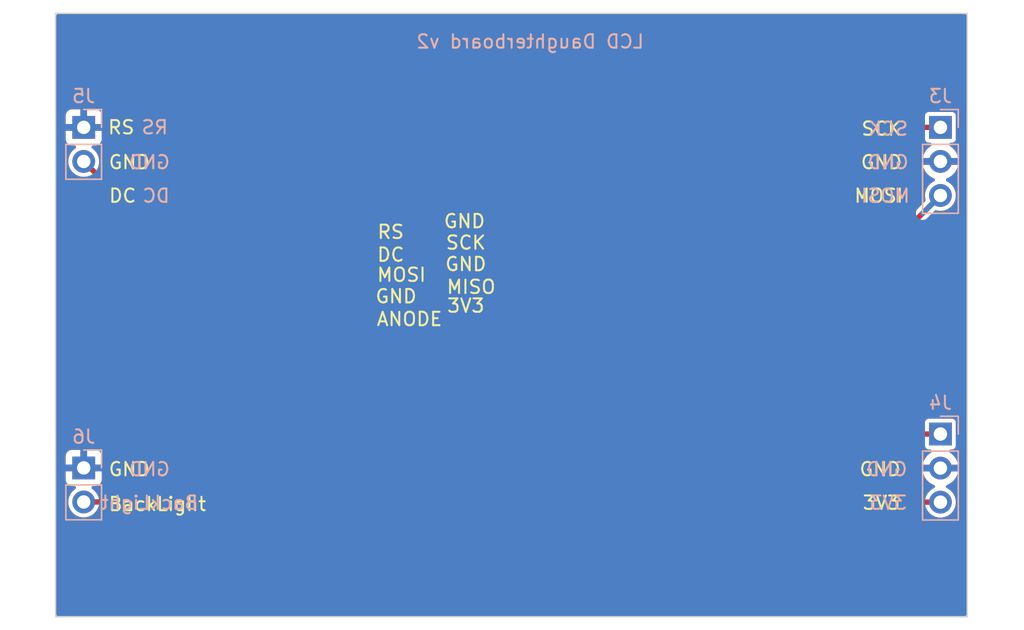
<source format=kicad_pcb>
(kicad_pcb (version 20240108) (generator "pcbnew") (generator_version "8.0")
  (layers (0 "F.Cu" signal) (31 "B.Cu" signal) (34 "B.Paste" user) (35 "F.Paste" user) (36 "B.SilkS" user "B.Silkscreen") (37 "F.SilkS" user "F.Silkscreen") (38 "B.Mask" user) (39 "F.Mask" user) (44 "Edge.Cuts" user))
  (net 0 "")
  (net 1 "GND")
  (net 3 "+3.3V")
  (net 5 "/LCD_DC")
  (net 6 "/LCD_RESET")
  (net 8 "/LCD_MOSI")
  (net 10 "/BackLight")
  (net 12 "/LCD_SCK")
  (footprint "Custom_Footprints:18x0.8mmLCDConnector" (layer "F.Cu") (at 121.5 115.5 -90)
    (property "Reference" "U1" (hide yes))
    (property "Value" "ILI9341_SPI_Bare")
    (pad "1" smd rect (at 0 0 270) (size 0.4 3) (layers "F.Cu" "F.Paste" "F.Mask") (net 1 "GND"))
    (pad "2" smd rect (at 0.8 0 270) (size 0.4 3) (layers "F.Cu" "F.Paste" "F.Mask") (net 6 "/LCD_RESET"))
    (pad "3" smd rect (at 1.6 0 270) (size 0.4 3) (layers "F.Cu" "F.Paste" "F.Mask") (net 12 "/LCD_SCK"))
    (pad "4" smd rect (at 2.4 0 270) (size 0.4 3) (layers "F.Cu" "F.Paste" "F.Mask") (net 5 "/LCD_DC"))
    (pad "5" smd rect (at 3.2 0 270) (size 0.4 3) (layers "F.Cu" "F.Paste" "F.Mask") (net 1 "GND"))
    (pad "6" smd rect (at 4 0 270) (size 0.4 3) (layers "F.Cu" "F.Paste" "F.Mask") (net 8 "/LCD_MOSI"))
    (pad "7" smd rect (at 4.8 0 270) (size 0.4 3) (layers "F.Cu" "F.Paste" "F.Mask"))
    (pad "8" smd rect (at 5.6 0 270) (size 0.4 3) (layers "F.Cu" "F.Paste" "F.Mask") (net 1 "GND"))
    (pad "9" smd rect (at 6.4 0 270) (size 0.4 3) (layers "F.Cu" "F.Paste" "F.Mask") (net 3 "+3.3V"))
    (pad "10" smd rect (at 7.2 0 270) (size 0.4 3) (layers "F.Cu" "F.Paste" "F.Mask") (net 10 "/BackLight"))
    (pad "11" smd rect (at 8 0 270) (size 0.4 3) (layers "F.Cu" "F.Paste" "F.Mask") (net 1 "GND"))
    (pad "12" smd rect (at 8.8 0 270) (size 0.4 3) (layers "F.Cu" "F.Paste" "F.Mask") (net 1 "GND"))
    (pad "13" smd rect (at 9.6 0 270) (size 0.4 3) (layers "F.Cu" "F.Paste" "F.Mask") (net 1 "GND"))
    (pad "14" smd rect (at 10.4 0 270) (size 0.4 3) (layers "F.Cu" "F.Paste" "F.Mask") (net 1 "GND"))
    (pad "15" smd rect (at 11.2 0 270) (size 0.4 3) (layers "F.Cu" "F.Paste" "F.Mask"))
    (pad "16" smd rect (at 12 0 270) (size 0.4 3) (layers "F.Cu" "F.Paste" "F.Mask"))
    (pad "17" smd rect (at 12.8 0 270) (size 0.4 3) (layers "F.Cu" "F.Paste" "F.Mask"))
    (pad "18" smd rect (at 13.6 0 270) (size 0.4 3) (layers "F.Cu" "F.Paste" "F.Mask"))
  )
  (footprint "Connector_PinHeader_2.54mm:PinHeader_1x02_P2.54mm_Vertical" (layer "B.Cu") (at 102.1 108.5 180)
    (property "Reference" "J5" (at 0 2.33 0) (layer "B.SilkS") (effects (justify mirror)))
    (property "Value" "Conn_01x02_Pin")
    (fp_line (start 1.33 -1.27) (end -1.33 -1.27) (stroke (width 0.12)) (layer "B.SilkS"))
    (fp_line (start 1.33 -3.87) (end 1.33 -1.27) (stroke (width 0.12)) (layer "B.SilkS"))
    (fp_line (start 1.33 -3.87) (end -1.33 -3.87) (stroke (width 0.12)) (layer "B.SilkS"))
    (fp_line (start 0 1.33) (end -1.33 1.33) (stroke (width 0.12)) (layer "B.SilkS"))
    (fp_line (start -1.33 1.33) (end -1.33 0) (stroke (width 0.12)) (layer "B.SilkS"))
    (fp_line (start -1.33 -3.87) (end -1.33 -1.27) (stroke (width 0.12)) (layer "B.SilkS"))
    (pad "1" thru_hole rect (at 0 0 180) (size 1.7 1.7) (drill 1) (layers "*.Cu" "*.Mask") (net 1 "GND"))
    (pad "2" thru_hole oval (at 0 -2.54 180) (size 1.7 1.7) (drill 1) (layers "*.Cu" "*.Mask") (net 10 "/BackLight"))
  )
  (footprint "Connector_PinHeader_2.54mm:PinHeader_1x03_P2.54mm_Vertical" (layer "B.Cu") (at 166 108.5 180)
    (property "Reference" "J3" (at 0 2.33 0) (layer "B.SilkS") (effects (justify mirror)))
    (property "Value" "Conn_01x03_Pin")
    (fp_line (start 1.33 -1.27) (end -1.33 -1.27) (stroke (width 0.12)) (layer "B.SilkS"))
    (fp_line (start 1.33 -6.41) (end 1.33 -1.27) (stroke (width 0.12)) (layer "B.SilkS"))
    (fp_line (start 1.33 -6.41) (end -1.33 -6.41) (stroke (width 0.12)) (layer "B.SilkS"))
    (fp_line (start 0 1.33) (end -1.33 1.33) (stroke (width 0.12)) (layer "B.SilkS"))
    (fp_line (start -1.33 1.33) (end -1.33 0) (stroke (width 0.12)) (layer "B.SilkS"))
    (fp_line (start -1.33 -6.41) (end -1.33 -1.27) (stroke (width 0.12)) (layer "B.SilkS"))
    (pad "1" thru_hole rect (at 0 0 180) (size 1.7 1.7) (drill 1) (layers "*.Cu" "*.Mask") (net 5 "/LCD_DC"))
    (pad "2" thru_hole oval (at 0 -2.54 180) (size 1.7 1.7) (drill 1) (layers "*.Cu" "*.Mask") (net 1 "GND"))
    (pad "3" thru_hole oval (at 0 -5.08 180) (size 1.7 1.7) (drill 1) (layers "*.Cu" "*.Mask") (net 6 "/LCD_RESET"))
  )
  (footprint "Connector_PinHeader_2.54mm:PinHeader_1x03_P2.54mm_Vertical" (layer "B.Cu") (at 166 131.375 180)
    (property "Reference" "J4" (at 0 2.33 0) (layer "B.SilkS") (effects (justify mirror)))
    (property "Value" "Conn_01x03_Pin")
    (fp_line (start 1.33 -1.27) (end -1.33 -1.27) (stroke (width 0.12)) (layer "B.SilkS"))
    (fp_line (start 1.33 -6.41) (end 1.33 -1.27) (stroke (width 0.12)) (layer "B.SilkS"))
    (fp_line (start 1.33 -6.41) (end -1.33 -6.41) (stroke (width 0.12)) (layer "B.SilkS"))
    (fp_line (start 0 1.33) (end -1.33 1.33) (stroke (width 0.12)) (layer "B.SilkS"))
    (fp_line (start -1.33 1.33) (end -1.33 0) (stroke (width 0.12)) (layer "B.SilkS"))
    (fp_line (start -1.33 -6.41) (end -1.33 -1.27) (stroke (width 0.12)) (layer "B.SilkS"))
    (pad "1" thru_hole rect (at 0 0 180) (size 1.7 1.7) (drill 1) (layers "*.Cu" "*.Mask") (net 12 "/LCD_SCK"))
    (pad "2" thru_hole oval (at 0 -2.54 180) (size 1.7 1.7) (drill 1) (layers "*.Cu" "*.Mask") (net 1 "GND"))
    (pad "3" thru_hole oval (at 0 -5.08 180) (size 1.7 1.7) (drill 1) (layers "*.Cu" "*.Mask") (net 8 "/LCD_MOSI"))
  )
  (footprint "Connector_PinHeader_2.54mm:PinHeader_1x02_P2.54mm_Vertical" (layer "B.Cu") (at 102.1 133.9 180)
    (property "Reference" "J6" (at 0 2.33 0) (layer "B.SilkS") (effects (justify mirror)))
    (property "Value" "Conn_01x02_Pin")
    (fp_line (start 1.33 -1.27) (end -1.33 -1.27) (stroke (width 0.12)) (layer "B.SilkS"))
    (fp_line (start 1.33 -3.87) (end 1.33 -1.27) (stroke (width 0.12)) (layer "B.SilkS"))
    (fp_line (start 1.33 -3.87) (end -1.33 -3.87) (stroke (width 0.12)) (layer "B.SilkS"))
    (fp_line (start 0 1.33) (end -1.33 1.33) (stroke (width 0.12)) (layer "B.SilkS"))
    (fp_line (start -1.33 1.33) (end -1.33 0) (stroke (width 0.12)) (layer "B.SilkS"))
    (fp_line (start -1.33 -3.87) (end -1.33 -1.27) (stroke (width 0.12)) (layer "B.SilkS"))
    (pad "1" thru_hole rect (at 0 0 180) (size 1.7 1.7) (drill 1) (layers "*.Cu" "*.Mask") (net 1 "GND"))
    (pad "2" thru_hole oval (at 0 -2.54 180) (size 1.7 1.7) (drill 1) (layers "*.Cu" "*.Mask") (net 3 "+3.3V"))
  )
  (gr_line (start 100 145) (end 168 145) (stroke (width 0.1)) (layer "Edge.Cuts"))
  (gr_line (start 168 100) (end 168 145) (stroke (width 0.1)) (layer "Edge.Cuts"))
  (gr_line (start 100 100) (end 168 100) (stroke (width 0.1)) (layer "Edge.Cuts"))
  (gr_line (start 100 100) (end 100 145) (stroke (width 0.1)) (layer "Edge.Cuts"))
  (gr_text "RS" (at 107.4 108.5 0) (layer "B.SilkS") (effects (font (size 1 1)) (justify mirror)))
  (gr_text "GND" (at 107 111.1 0) (layer "B.SilkS") (effects (font (size 1 1)) (justify mirror)))
  (gr_text "MOSI" (at 161.9 113.6 0) (layer "B.SilkS") (effects (font (size 1 1)) (justify mirror)))
  (gr_text "GND" (at 107 134 0) (layer "B.SilkS") (effects (font (size 1 1)) (justify mirror)))
  (gr_text "BackLight" (at 107 136.5 0) (layer "B.SilkS") (effects (font (size 1 1)) (justify mirror)))
  (gr_text "DC" (at 107.5 113.6 0) (layer "B.SilkS") (effects (font (size 1 1)) (justify mirror)))
  (gr_text "GND" (at 162.1 111.1 0) (layer "B.SilkS") (effects (font (size 1 1)) (justify mirror)))
  (gr_text "SCK" (at 162.1 108.6 0) (layer "B.SilkS") (effects (font (size 1 1)) (justify mirror)))
  (gr_text "GND" (at 162 134 0) (layer "B.SilkS") (effects (font (size 1 1)) (justify mirror)))
  (gr_text "3V3" (at 162.1 136.5 0) (layer "B.SilkS") (effects (font (size 1 1)) (justify mirror)))
  (gr_text "LCD Daughterboard v2" (at 135.4 102.1 0) (layer "B.SilkS") (effects (font (size 1 1)) (justify mirror)))
  (gr_text "RS" (at 104.9 108.5 0) (layer "F.SilkS") (effects (font (size 1 1))))
  (gr_text "MOSI" (at 161.4 113.6 0) (layer "F.SilkS") (effects (font (size 1 1))))
  (gr_text "GND" (at 105.5 134 0) (layer "F.SilkS") (effects (font (size 1 1))))
  (gr_text "DC" (at 105 113.6 0) (layer "F.SilkS") (effects (font (size 1 1))))
  (gr_text "BackLight" (at 107.6 136.6 0) (layer "F.SilkS") (effects (font (size 1 1))))
  (gr_text "3V3" (at 161.6 136.5 0) (layer "F.SilkS") (effects (font (size 1 1))))
  (gr_text "GND" (at 161.5 134 0) (layer "F.SilkS") (effects (font (size 1 1))))
  (gr_text "GND" (at 161.6 111.1 0) (layer "F.SilkS") (effects (font (size 1 1))))
  (gr_text "SCK" (at 161.6 108.6 0) (layer "F.SilkS") (effects (font (size 1 1))))
  (gr_text "3V3" (at 130.6 121.8 0) (layer "F.SilkS") (effects (font (size 1 1))))
  (gr_text "DC" (at 125 118 0) (layer "F.SilkS") (effects (font (size 1 1))))
  (gr_text "GND" (at 130.6 118.7 0) (layer "F.SilkS") (effects (font (size 1 1))))
  (gr_text "MISO" (at 131 120.4 0) (layer "F.SilkS") (effects (font (size 1 1))))
  (gr_text "GND" (at 125.4 121.1 0) (layer "F.SilkS") (effects (font (size 1 1))))
  (gr_text "MOSI" (at 125.8 119.5 0) (layer "F.SilkS") (effects (font (size 1 1))))
  (gr_text "ANODE" (at 126.4 122.8 0) (layer "F.SilkS") (effects (font (size 1 1))))
  (gr_text "GND" (at 130.5 115.5 0) (layer "F.SilkS") (effects (font (size 1 1))))
  (gr_text "RS" (at 125 116.3 0) (layer "F.SilkS") (effects (font (size 1 1))))
  (gr_text "SCK" (at 130.6 117.1 0) (layer "F.SilkS") (effects (font (size 1 1))))
  (gr_text "GND" (at 105.5 111.1 0) (layer "F.SilkS") (effects (font (size 1 1))))
  (segment (start 121.6 125) (end 121.5 125.1) (width 0.4) (layer "F.Cu") (net 1))
  (segment (start 121.5 125.9) (end 121.5 123.5) (width 0.4) (layer "F.Cu") (net 1))
  (segment (start 121.5 121.9) (end 125.9 121.9) (width 0.4) (layer "F.Cu") (net 3))
  (segment (start 121.56 136.44) (end 102.1 136.44) (width 0.4) (layer "F.Cu") (net 3))
  (segment (start 127 131) (end 121.56 136.44) (width 0.4) (layer "F.Cu") (net 3))
  (segment (start 127 123) (end 127 131) (width 0.4) (layer "F.Cu") (net 3))
  (segment (start 125.9 121.9) (end 127 123) (width 0.4) (layer "F.Cu") (net 3))
  (segment (start 118.4 117.9) (end 117.4 116.9) (width 0.4) (layer "F.Cu") (net 5))
  (segment (start 117.4 116.9) (end 117.4 110.7) (width 0.4) (layer "F.Cu") (net 5))
  (segment (start 119.6 108.5) (end 166 108.5) (width 0.4) (layer "F.Cu") (net 5))
  (segment (start 117.4 110.7) (end 119.6 108.5) (width 0.4) (layer "F.Cu") (net 5))
  (segment (start 121.5 117.9) (end 118.4 117.9) (width 0.4) (layer "F.Cu") (net 5))
  (segment (start 121.5 116.3) (end 163.28 116.3) (width 0.4) (layer "F.Cu") (net 6))
  (segment (start 163.28 116.3) (end 166 113.58) (width 0.4) (layer "F.Cu") (net 6))
  (segment (start 164.68 114.9) (end 166 113.58) (width 0.4) (layer "B.Cu") (net 6))
  (segment (start 148.306472 136.455) (end 166 136.455) (width 0.4) (layer "F.Cu") (net 8))
  (segment (start 131.351472 119.5) (end 148.306472 136.455) (width 0.4) (layer "F.Cu") (net 8))
  (segment (start 121.5 119.5) (end 131.351472 119.5) (width 0.4) (layer "F.Cu") (net 8))
  (segment (start 121.5 122.7) (end 113.76 122.7) (width 0.4) (layer "F.Cu") (net 10))
  (segment (start 113.76 122.7) (end 102.1 111.04) (width 0.4) (layer "F.Cu") (net 10))
  (segment (start 148.375 131.375) (end 166 131.375) (width 0.4) (layer "F.Cu") (net 12))
  (segment (start 134.1 117.1) (end 148.375 131.375) (width 0.4) (layer "F.Cu") (net 12))
  (segment (start 121.5 117.1) (end 134.1 117.1) (width 0.4) (layer "F.Cu") (net 12))
  (zone (net 1) (net_name "GND") (layers "F&B.Cu") (connect_pads (clearance 0.3)) (min_thickness 0.254) (fill yes (thermal_gap 0.5) (thermal_bridge_width 0.5))
    (polygon (pts (xy 99 99) (xy 169 99) (xy 169 146) (xy 99 146)))
  )
)
</source>
